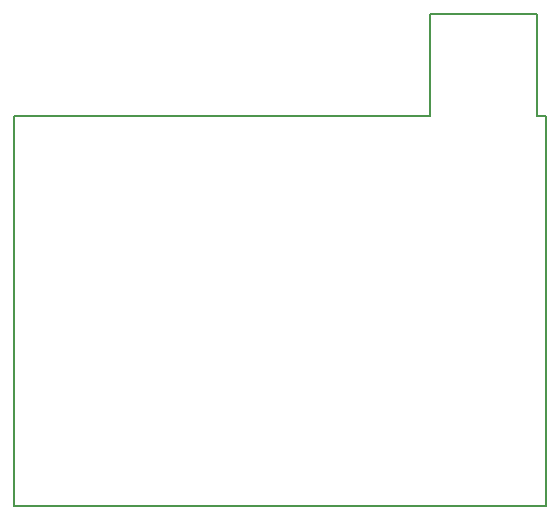
<source format=gbr>
G04 #@! TF.GenerationSoftware,KiCad,Pcbnew,(5.1.0-0)*
G04 #@! TF.CreationDate,2020-05-26T23:43:54-04:00*
G04 #@! TF.ProjectId,ROCKETasp_v3,524f434b-4554-4617-9370-5f76332e6b69,3.0*
G04 #@! TF.SameCoordinates,Original*
G04 #@! TF.FileFunction,Profile,NP*
%FSLAX46Y46*%
G04 Gerber Fmt 4.6, Leading zero omitted, Abs format (unit mm)*
G04 Created by KiCad (PCBNEW (5.1.0-0)) date 2020-05-26 23:43:54*
%MOMM*%
%LPD*%
G04 APERTURE LIST*
%ADD10C,0.150000*%
G04 APERTURE END LIST*
D10*
X145000000Y-100000000D02*
X144246600Y-100000000D01*
X144246600Y-91325700D02*
X144246600Y-100000000D01*
X135242300Y-91325700D02*
X144246600Y-91325700D01*
X135242300Y-100000000D02*
X135242300Y-91325700D01*
X100000000Y-133000000D02*
X100000000Y-100000000D01*
X145000000Y-133000000D02*
X100000000Y-133000000D01*
X145000000Y-100000000D02*
X145000000Y-133000000D01*
X100000000Y-100000000D02*
X135242000Y-100000000D01*
M02*

</source>
